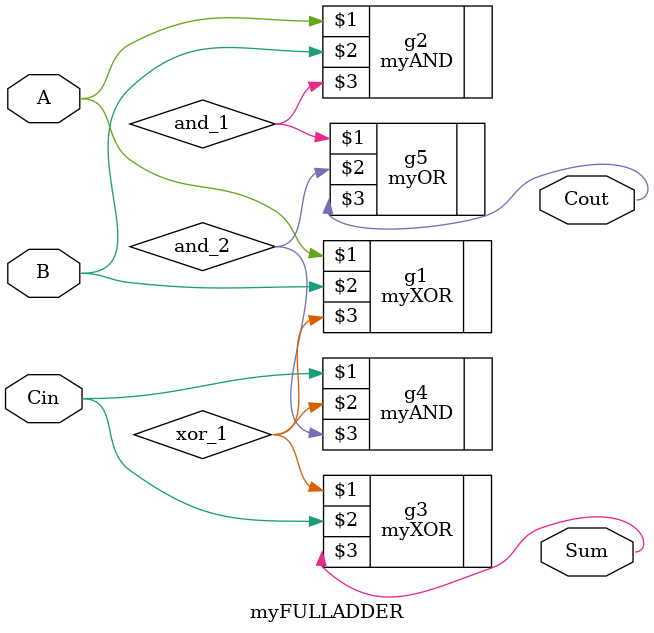
<source format=v>
`timescale 1ns / 1ps

module myFULLADDER(
    input Cin,
    input A,
    input B,
    output Sum,
    output Cout
    );
    wire xor_1;
    wire and_1;
    wire and_2;
    
    myXOR g1(A, B, xor_1);
    myAND g2(A, B, and_1);
    myXOR g3(xor_1, Cin, Sum);
    myAND g4(Cin, xor_1, and_2);
    myOR g5(and_1, and_2, Cout);
endmodule

</source>
